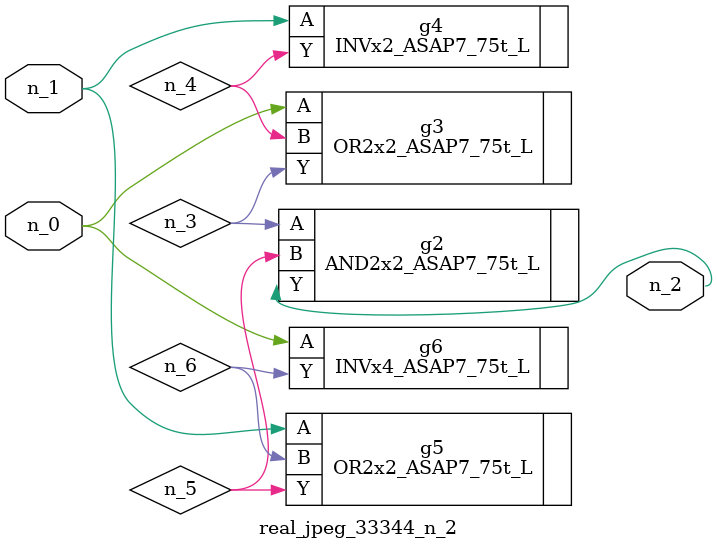
<source format=v>
module real_jpeg_33344_n_2 (n_1, n_0, n_2);

input n_1;
input n_0;

output n_2;

wire n_5;
wire n_4;
wire n_6;
wire n_3;

OR2x2_ASAP7_75t_L g3 ( 
.A(n_0),
.B(n_4),
.Y(n_3)
);

INVx4_ASAP7_75t_L g6 ( 
.A(n_0),
.Y(n_6)
);

INVx2_ASAP7_75t_L g4 ( 
.A(n_1),
.Y(n_4)
);

OR2x2_ASAP7_75t_L g5 ( 
.A(n_1),
.B(n_6),
.Y(n_5)
);

AND2x2_ASAP7_75t_L g2 ( 
.A(n_3),
.B(n_5),
.Y(n_2)
);


endmodule
</source>
